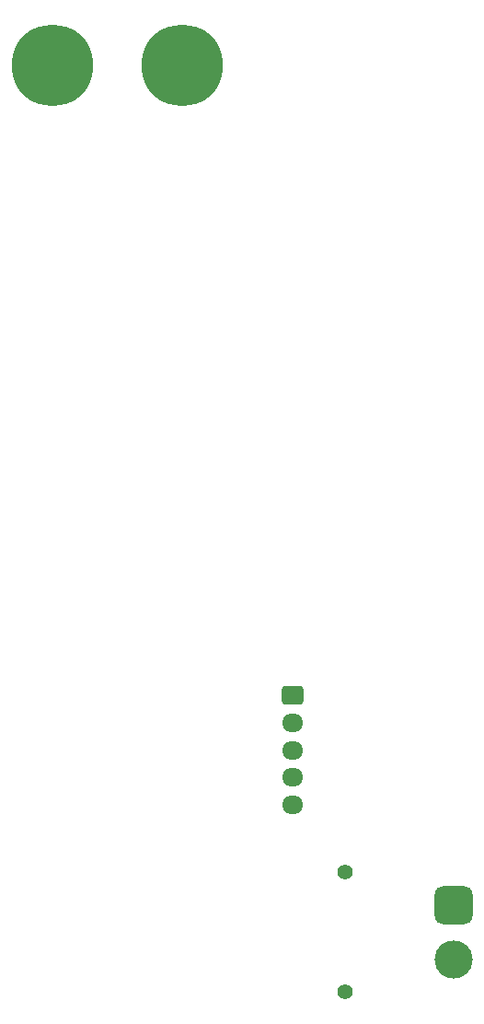
<source format=gbs>
G04 #@! TF.GenerationSoftware,KiCad,Pcbnew,9.0.5*
G04 #@! TF.CreationDate,2025-12-18T19:52:08+01:00*
G04 #@! TF.ProjectId,peak-ignitor-box-bms,7065616b-2d69-4676-9e69-746f722d626f,rev?*
G04 #@! TF.SameCoordinates,Original*
G04 #@! TF.FileFunction,Soldermask,Bot*
G04 #@! TF.FilePolarity,Negative*
%FSLAX46Y46*%
G04 Gerber Fmt 4.6, Leading zero omitted, Abs format (unit mm)*
G04 Created by KiCad (PCBNEW 9.0.5) date 2025-12-18 19:52:08*
%MOMM*%
%LPD*%
G01*
G04 APERTURE LIST*
G04 Aperture macros list*
%AMRoundRect*
0 Rectangle with rounded corners*
0 $1 Rounding radius*
0 $2 $3 $4 $5 $6 $7 $8 $9 X,Y pos of 4 corners*
0 Add a 4 corners polygon primitive as box body*
4,1,4,$2,$3,$4,$5,$6,$7,$8,$9,$2,$3,0*
0 Add four circle primitives for the rounded corners*
1,1,$1+$1,$2,$3*
1,1,$1+$1,$4,$5*
1,1,$1+$1,$6,$7*
1,1,$1+$1,$8,$9*
0 Add four rect primitives between the rounded corners*
20,1,$1+$1,$2,$3,$4,$5,0*
20,1,$1+$1,$4,$5,$6,$7,0*
20,1,$1+$1,$6,$7,$8,$9,0*
20,1,$1+$1,$8,$9,$2,$3,0*%
G04 Aperture macros list end*
%ADD10C,7.500000*%
%ADD11RoundRect,0.250000X-0.725000X0.600000X-0.725000X-0.600000X0.725000X-0.600000X0.725000X0.600000X0*%
%ADD12O,1.950000X1.700000*%
%ADD13C,1.400000*%
%ADD14RoundRect,0.770000X0.980000X-0.980000X0.980000X0.980000X-0.980000X0.980000X-0.980000X-0.980000X0*%
%ADD15C,3.500000*%
G04 APERTURE END LIST*
D10*
X115996592Y-27990385D03*
X127981116Y-27996701D03*
D11*
X138150000Y-85950000D03*
D12*
X138150000Y-88450000D03*
X138150000Y-90950000D03*
X138150000Y-93450000D03*
X138150000Y-95950000D03*
D13*
X142909018Y-113195107D03*
X142909018Y-102195107D03*
D14*
X152909018Y-105195107D03*
D15*
X152909018Y-110195107D03*
M02*

</source>
